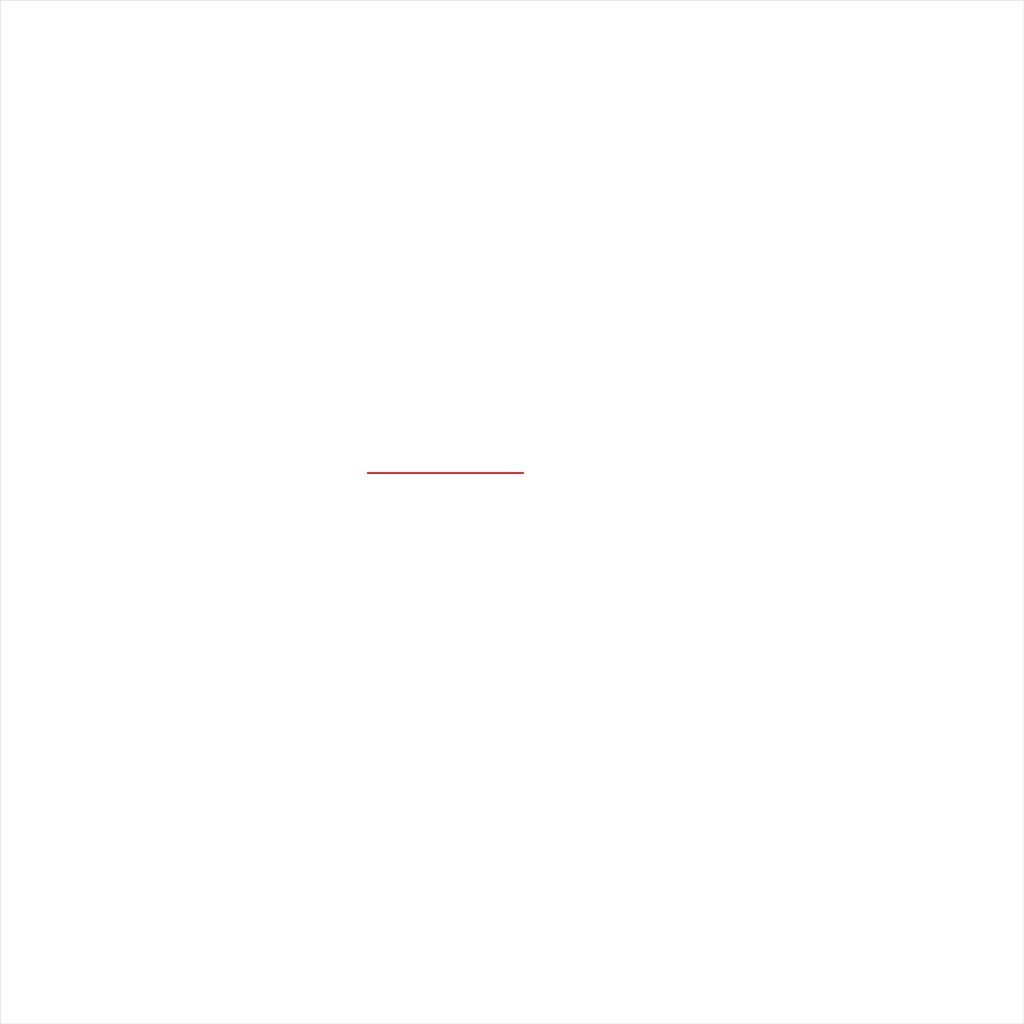
<source format=kicad_pcb>
(kicad_pcb
	(version 20241229)
	(generator "pcbnew")
	(generator_version "9.0")
	(general
		(thickness 1.6)
		(legacy_teardrops no)
	)
	(paper "A4")
	(layers
		(0 "F.Cu" signal)
		(2 "B.Cu" signal)
		(9 "F.Adhes" user "F.Adhesive")
		(11 "B.Adhes" user "B.Adhesive")
		(13 "F.Paste" user)
		(15 "B.Paste" user)
		(5 "F.SilkS" user "F.Silkscreen")
		(7 "B.SilkS" user "B.Silkscreen")
		(1 "F.Mask" user)
		(3 "B.Mask" user)
		(17 "Dwgs.User" user "User.Drawings")
		(19 "Cmts.User" user "User.Comments")
		(21 "Eco1.User" user "User.Eco1")
		(23 "Eco2.User" user "User.Eco2")
		(25 "Edge.Cuts" user)
		(27 "Margin" user)
		(31 "F.CrtYd" user "F.Courtyard")
		(29 "B.CrtYd" user "B.Courtyard")
		(35 "F.Fab" user)
		(33 "B.Fab" user)
		(39 "User.1" user)
		(41 "User.2" user)
		(43 "User.3" user)
		(45 "User.4" user)
	)
	(setup
		(pad_to_mask_clearance 0)
		(allow_soldermask_bridges_in_footprints no)
		(tenting front back)
		(pcbplotparams
			(layerselection 0x00000000_00000000_55555555_5755f5ff)
			(plot_on_all_layers_selection 0x00000000_00000000_00000000_00000000)
			(disableapertmacros no)
			(usegerberextensions no)
			(usegerberattributes yes)
			(usegerberadvancedattributes yes)
			(creategerberjobfile yes)
			(dashed_line_dash_ratio 12.000000)
			(dashed_line_gap_ratio 3.000000)
			(svgprecision 4)
			(plotframeref no)
			(mode 1)
			(useauxorigin no)
			(hpglpennumber 1)
			(hpglpenspeed 20)
			(hpglpendiameter 15.000000)
			(pdf_front_fp_property_popups yes)
			(pdf_back_fp_property_popups yes)
			(pdf_metadata yes)
			(pdf_single_document no)
			(dxfpolygonmode yes)
			(dxfimperialunits yes)
			(dxfusepcbnewfont yes)
			(psnegative no)
			(psa4output no)
			(plot_black_and_white yes)
			(plotinvisibletext no)
			(sketchpadsonfab no)
			(plotpadnumbers no)
			(hidednponfab no)
			(sketchdnponfab yes)
			(crossoutdnponfab yes)
			(subtractmaskfromsilk no)
			(outputformat 1)
			(mirror no)
			(drillshape 1)
			(scaleselection 1)
			(outputdirectory "")
		)
	)
	(net 0 "")
	(gr_rect
		(start 50 50)
		(end 150 150)
		(stroke
			(width 0.05)
			(type solid)
		)
		(fill no)
		(layer "Edge.Cuts")
		(uuid "670962ec-5063-401b-a579-00a4e0bd4417")
	)
	(segment
		(start 85.9 96.18)
		(end 101.07 96.18)
		(width 0.2)
		(layer "F.Cu")
		(net 0)
		(uuid "7c0eec57-2289-4195-9ca6-23ccf7e13aea")
	)
	(embedded_fonts no)
)

</source>
